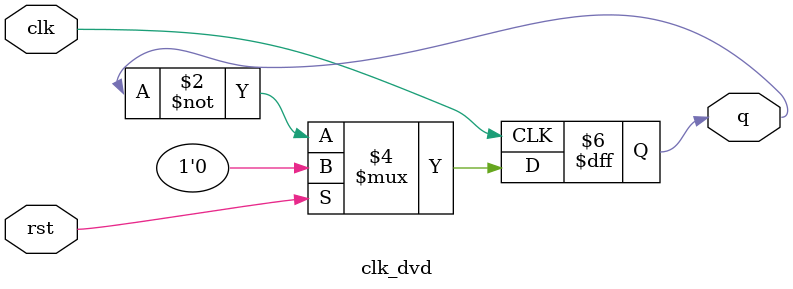
<source format=v>
`timescale 1ns / 1ps


module clk_dvd(clk, rst, q);
input clk, rst;
output reg q;

always@(posedge clk)
begin
if(rst)
q <= 0;
else 
q <= ~q;
end
endmodule

</source>
